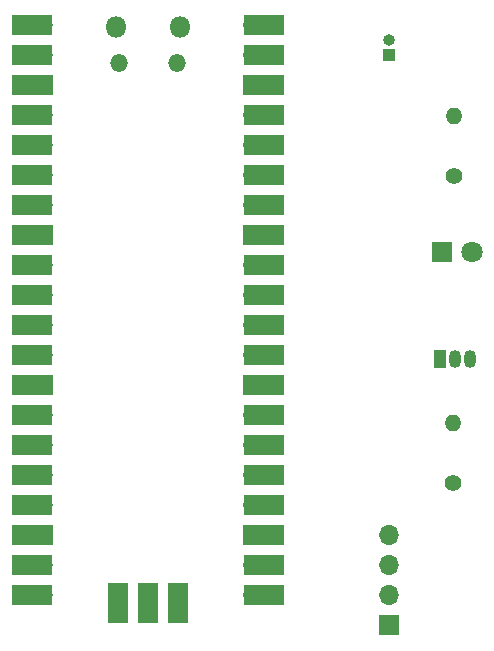
<source format=gbr>
%TF.GenerationSoftware,KiCad,Pcbnew,8.0.0*%
%TF.CreationDate,2024-03-27T17:11:43-03:00*%
%TF.ProjectId,ponderada_semana_8,706f6e64-6572-4616-9461-5f73656d616e,rev?*%
%TF.SameCoordinates,Original*%
%TF.FileFunction,Soldermask,Top*%
%TF.FilePolarity,Negative*%
%FSLAX46Y46*%
G04 Gerber Fmt 4.6, Leading zero omitted, Abs format (unit mm)*
G04 Created by KiCad (PCBNEW 8.0.0) date 2024-03-27 17:11:43*
%MOMM*%
%LPD*%
G01*
G04 APERTURE LIST*
%ADD10R,1.700000X3.500000*%
%ADD11O,1.700000X1.700000*%
%ADD12R,1.700000X1.700000*%
%ADD13R,3.500000X1.700000*%
%ADD14O,1.800000X1.800000*%
%ADD15O,1.500000X1.500000*%
%ADD16O,1.400000X1.400000*%
%ADD17C,1.400000*%
%ADD18O,1.050000X1.500000*%
%ADD19R,1.050000X1.500000*%
%ADD20O,1.000000X1.000000*%
%ADD21R,1.000000X1.000000*%
%ADD22R,1.800000X1.800000*%
%ADD23C,1.800000*%
G04 APERTURE END LIST*
D10*
%TO.C,U1*%
X70150000Y-108210000D03*
D11*
X70150000Y-107310000D03*
D10*
X67610000Y-108210000D03*
D12*
X67610000Y-107310000D03*
D10*
X65070000Y-108210000D03*
D11*
X65070000Y-107310000D03*
D13*
X77400000Y-59280000D03*
D11*
X76500000Y-59280000D03*
D13*
X77400000Y-61820000D03*
D11*
X76500000Y-61820000D03*
D13*
X77400000Y-64360000D03*
D12*
X76500000Y-64360000D03*
D13*
X77400000Y-66900000D03*
D11*
X76500000Y-66900000D03*
D13*
X77400000Y-69440000D03*
D11*
X76500000Y-69440000D03*
D13*
X77400000Y-71980000D03*
D11*
X76500000Y-71980000D03*
D13*
X77400000Y-74520000D03*
D11*
X76500000Y-74520000D03*
D13*
X77400000Y-77060000D03*
D12*
X76500000Y-77060000D03*
D13*
X77400000Y-79600000D03*
D11*
X76500000Y-79600000D03*
D13*
X77400000Y-82140000D03*
D11*
X76500000Y-82140000D03*
D13*
X77400000Y-84680000D03*
D11*
X76500000Y-84680000D03*
D13*
X77400000Y-87220000D03*
D11*
X76500000Y-87220000D03*
D13*
X77400000Y-89760000D03*
D12*
X76500000Y-89760000D03*
D13*
X77400000Y-92300000D03*
D11*
X76500000Y-92300000D03*
D13*
X77400000Y-94840000D03*
D11*
X76500000Y-94840000D03*
D13*
X77400000Y-97380000D03*
D11*
X76500000Y-97380000D03*
D13*
X77400000Y-99920000D03*
D11*
X76500000Y-99920000D03*
D13*
X77400000Y-102460000D03*
D12*
X76500000Y-102460000D03*
D13*
X77400000Y-105000000D03*
D11*
X76500000Y-105000000D03*
D13*
X77400000Y-107540000D03*
D11*
X76500000Y-107540000D03*
D13*
X57820000Y-107540000D03*
D11*
X58720000Y-107540000D03*
D13*
X57820000Y-105000000D03*
D11*
X58720000Y-105000000D03*
D13*
X57820000Y-102460000D03*
D12*
X58720000Y-102460000D03*
D13*
X57820000Y-99920000D03*
D11*
X58720000Y-99920000D03*
D13*
X57820000Y-97380000D03*
D11*
X58720000Y-97380000D03*
D13*
X57820000Y-94840000D03*
D11*
X58720000Y-94840000D03*
D13*
X57820000Y-92300000D03*
D11*
X58720000Y-92300000D03*
D13*
X57820000Y-89760000D03*
D12*
X58720000Y-89760000D03*
D13*
X57820000Y-87220000D03*
D11*
X58720000Y-87220000D03*
D13*
X57820000Y-84680000D03*
D11*
X58720000Y-84680000D03*
D13*
X57820000Y-82140000D03*
D11*
X58720000Y-82140000D03*
D13*
X57820000Y-79600000D03*
D11*
X58720000Y-79600000D03*
D13*
X57820000Y-77060000D03*
D12*
X58720000Y-77060000D03*
D13*
X57820000Y-74520000D03*
D11*
X58720000Y-74520000D03*
D13*
X57820000Y-71980000D03*
D11*
X58720000Y-71980000D03*
D13*
X57820000Y-69440000D03*
D11*
X58720000Y-69440000D03*
D13*
X57820000Y-66900000D03*
D11*
X58720000Y-66900000D03*
D13*
X57820000Y-64360000D03*
D12*
X58720000Y-64360000D03*
D13*
X57820000Y-61820000D03*
D11*
X58720000Y-61820000D03*
D13*
X57820000Y-59280000D03*
D11*
X58720000Y-59280000D03*
D14*
X70335000Y-59410000D03*
D15*
X70035000Y-62440000D03*
X65185000Y-62440000D03*
D14*
X64885000Y-59410000D03*
%TD*%
D16*
%TO.C,R2*%
X93500000Y-66960000D03*
D17*
X93500000Y-72040000D03*
%TD*%
%TO.C,R1*%
X93460000Y-98000000D03*
D16*
X93460000Y-92920000D03*
%TD*%
D18*
%TO.C,Q1*%
X94840000Y-87500000D03*
X93570000Y-87500000D03*
D19*
X92300000Y-87500000D03*
%TD*%
D20*
%TO.C,Pinos1*%
X88000000Y-60500000D03*
D21*
X88000000Y-61770000D03*
%TD*%
D12*
%TO.C,J1*%
X88000000Y-110080000D03*
D11*
X88000000Y-107540000D03*
X88000000Y-105000000D03*
X88000000Y-102460000D03*
%TD*%
D22*
%TO.C,D1*%
X92460000Y-78500000D03*
D23*
X95000000Y-78500000D03*
%TD*%
M02*

</source>
